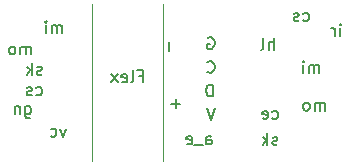
<source format=gbo>
G04 #@! TF.GenerationSoftware,KiCad,Pcbnew,(5.1.4)-1*
G04 #@! TF.CreationDate,2020-12-28T11:58:51+03:00*
G04 #@! TF.ProjectId,main_block,6d61696e-5f62-46c6-9f63-6b2e6b696361,rev?*
G04 #@! TF.SameCoordinates,Original*
G04 #@! TF.FileFunction,Legend,Bot*
G04 #@! TF.FilePolarity,Positive*
%FSLAX46Y46*%
G04 Gerber Fmt 4.6, Leading zero omitted, Abs format (unit mm)*
G04 Created by KiCad (PCBNEW (5.1.4)-1) date 2020-12-28 11:58:51*
%MOMM*%
%LPD*%
G04 APERTURE LIST*
%ADD10C,0.150000*%
%ADD11C,0.050000*%
G04 APERTURE END LIST*
D10*
X53645238Y-32002380D02*
X53645238Y-31478571D01*
X53692857Y-31383333D01*
X53788095Y-31335714D01*
X53978571Y-31335714D01*
X54073809Y-31383333D01*
X53645238Y-31954761D02*
X53740476Y-32002380D01*
X53978571Y-32002380D01*
X54073809Y-31954761D01*
X54121428Y-31859523D01*
X54121428Y-31764285D01*
X54073809Y-31669047D01*
X53978571Y-31621428D01*
X53740476Y-31621428D01*
X53645238Y-31573809D01*
X53407142Y-32097619D02*
X52645238Y-32097619D01*
X52026190Y-31954761D02*
X52121428Y-32002380D01*
X52311904Y-32002380D01*
X52407142Y-31954761D01*
X52454761Y-31859523D01*
X52454761Y-31478571D01*
X52407142Y-31383333D01*
X52311904Y-31335714D01*
X52121428Y-31335714D01*
X52026190Y-31383333D01*
X51978571Y-31478571D01*
X51978571Y-31573809D01*
X52454761Y-31669047D01*
X59669047Y-32004761D02*
X59573809Y-32052380D01*
X59383333Y-32052380D01*
X59288095Y-32004761D01*
X59240476Y-31909523D01*
X59240476Y-31861904D01*
X59288095Y-31766666D01*
X59383333Y-31719047D01*
X59526190Y-31719047D01*
X59621428Y-31671428D01*
X59669047Y-31576190D01*
X59669047Y-31528571D01*
X59621428Y-31433333D01*
X59526190Y-31385714D01*
X59383333Y-31385714D01*
X59288095Y-31433333D01*
X58811904Y-32052380D02*
X58811904Y-31052380D01*
X58716666Y-31671428D02*
X58430952Y-32052380D01*
X58430952Y-31385714D02*
X58811904Y-31766666D01*
X59240476Y-29804761D02*
X59335714Y-29852380D01*
X59526190Y-29852380D01*
X59621428Y-29804761D01*
X59669047Y-29757142D01*
X59716666Y-29661904D01*
X59716666Y-29376190D01*
X59669047Y-29280952D01*
X59621428Y-29233333D01*
X59526190Y-29185714D01*
X59335714Y-29185714D01*
X59240476Y-29233333D01*
X58430952Y-29804761D02*
X58526190Y-29852380D01*
X58716666Y-29852380D01*
X58811904Y-29804761D01*
X58859523Y-29709523D01*
X58859523Y-29328571D01*
X58811904Y-29233333D01*
X58716666Y-29185714D01*
X58526190Y-29185714D01*
X58430952Y-29233333D01*
X58383333Y-29328571D01*
X58383333Y-29423809D01*
X58859523Y-29519047D01*
X63680952Y-29152380D02*
X63680952Y-28485714D01*
X63680952Y-28580952D02*
X63633333Y-28533333D01*
X63538095Y-28485714D01*
X63395238Y-28485714D01*
X63300000Y-28533333D01*
X63252380Y-28628571D01*
X63252380Y-29152380D01*
X63252380Y-28628571D02*
X63204761Y-28533333D01*
X63109523Y-28485714D01*
X62966666Y-28485714D01*
X62871428Y-28533333D01*
X62823809Y-28628571D01*
X62823809Y-29152380D01*
X62204761Y-29152380D02*
X62300000Y-29104761D01*
X62347619Y-29057142D01*
X62395238Y-28961904D01*
X62395238Y-28676190D01*
X62347619Y-28580952D01*
X62300000Y-28533333D01*
X62204761Y-28485714D01*
X62061904Y-28485714D01*
X61966666Y-28533333D01*
X61919047Y-28580952D01*
X61871428Y-28676190D01*
X61871428Y-28961904D01*
X61919047Y-29057142D01*
X61966666Y-29104761D01*
X62061904Y-29152380D01*
X62204761Y-29152380D01*
X61866666Y-21504761D02*
X61961904Y-21552380D01*
X62152380Y-21552380D01*
X62247619Y-21504761D01*
X62295238Y-21457142D01*
X62342857Y-21361904D01*
X62342857Y-21076190D01*
X62295238Y-20980952D01*
X62247619Y-20933333D01*
X62152380Y-20885714D01*
X61961904Y-20885714D01*
X61866666Y-20933333D01*
X61485714Y-21504761D02*
X61390476Y-21552380D01*
X61200000Y-21552380D01*
X61104761Y-21504761D01*
X61057142Y-21409523D01*
X61057142Y-21361904D01*
X61104761Y-21266666D01*
X61200000Y-21219047D01*
X61342857Y-21219047D01*
X61438095Y-21171428D01*
X61485714Y-21076190D01*
X61485714Y-21028571D01*
X61438095Y-20933333D01*
X61342857Y-20885714D01*
X61200000Y-20885714D01*
X61104761Y-20933333D01*
X59376190Y-24002380D02*
X59376190Y-23002380D01*
X58947619Y-24002380D02*
X58947619Y-23478571D01*
X58995238Y-23383333D01*
X59090476Y-23335714D01*
X59233333Y-23335714D01*
X59328571Y-23383333D01*
X59376190Y-23430952D01*
X58328571Y-24002380D02*
X58423809Y-23954761D01*
X58471428Y-23859523D01*
X58471428Y-23002380D01*
X63216666Y-25952380D02*
X63216666Y-25285714D01*
X63216666Y-25380952D02*
X63169047Y-25333333D01*
X63073809Y-25285714D01*
X62930952Y-25285714D01*
X62835714Y-25333333D01*
X62788095Y-25428571D01*
X62788095Y-25952380D01*
X62788095Y-25428571D02*
X62740476Y-25333333D01*
X62645238Y-25285714D01*
X62502380Y-25285714D01*
X62407142Y-25333333D01*
X62359523Y-25428571D01*
X62359523Y-25952380D01*
X61883333Y-25952380D02*
X61883333Y-25285714D01*
X61883333Y-24952380D02*
X61930952Y-25000000D01*
X61883333Y-25047619D01*
X61835714Y-25000000D01*
X61883333Y-24952380D01*
X61883333Y-25047619D01*
X65009523Y-22852380D02*
X65009523Y-22185714D01*
X65009523Y-21852380D02*
X65057142Y-21900000D01*
X65009523Y-21947619D01*
X64961904Y-21900000D01*
X65009523Y-21852380D01*
X65009523Y-21947619D01*
X64533333Y-22852380D02*
X64533333Y-22185714D01*
X64533333Y-22376190D02*
X64485714Y-22280952D01*
X64438095Y-22233333D01*
X64342857Y-22185714D01*
X64247619Y-22185714D01*
X41766666Y-30685714D02*
X41528571Y-31352380D01*
X41290476Y-30685714D01*
X40480952Y-31304761D02*
X40576190Y-31352380D01*
X40766666Y-31352380D01*
X40861904Y-31304761D01*
X40909523Y-31257142D01*
X40957142Y-31161904D01*
X40957142Y-30876190D01*
X40909523Y-30780952D01*
X40861904Y-30733333D01*
X40766666Y-30685714D01*
X40576190Y-30685714D01*
X40480952Y-30733333D01*
X38338095Y-28785714D02*
X38338095Y-29595238D01*
X38385714Y-29690476D01*
X38433333Y-29738095D01*
X38528571Y-29785714D01*
X38671428Y-29785714D01*
X38766666Y-29738095D01*
X38338095Y-29404761D02*
X38433333Y-29452380D01*
X38623809Y-29452380D01*
X38719047Y-29404761D01*
X38766666Y-29357142D01*
X38814285Y-29261904D01*
X38814285Y-28976190D01*
X38766666Y-28880952D01*
X38719047Y-28833333D01*
X38623809Y-28785714D01*
X38433333Y-28785714D01*
X38338095Y-28833333D01*
X37861904Y-28785714D02*
X37861904Y-29452380D01*
X37861904Y-28880952D02*
X37814285Y-28833333D01*
X37719047Y-28785714D01*
X37576190Y-28785714D01*
X37480952Y-28833333D01*
X37433333Y-28928571D01*
X37433333Y-29452380D01*
X39266666Y-27804761D02*
X39361904Y-27852380D01*
X39552380Y-27852380D01*
X39647619Y-27804761D01*
X39695238Y-27757142D01*
X39742857Y-27661904D01*
X39742857Y-27376190D01*
X39695238Y-27280952D01*
X39647619Y-27233333D01*
X39552380Y-27185714D01*
X39361904Y-27185714D01*
X39266666Y-27233333D01*
X38885714Y-27804761D02*
X38790476Y-27852380D01*
X38600000Y-27852380D01*
X38504761Y-27804761D01*
X38457142Y-27709523D01*
X38457142Y-27661904D01*
X38504761Y-27566666D01*
X38600000Y-27519047D01*
X38742857Y-27519047D01*
X38838095Y-27471428D01*
X38885714Y-27376190D01*
X38885714Y-27328571D01*
X38838095Y-27233333D01*
X38742857Y-27185714D01*
X38600000Y-27185714D01*
X38504761Y-27233333D01*
X39719047Y-26054761D02*
X39623809Y-26102380D01*
X39433333Y-26102380D01*
X39338095Y-26054761D01*
X39290476Y-25959523D01*
X39290476Y-25911904D01*
X39338095Y-25816666D01*
X39433333Y-25769047D01*
X39576190Y-25769047D01*
X39671428Y-25721428D01*
X39719047Y-25626190D01*
X39719047Y-25578571D01*
X39671428Y-25483333D01*
X39576190Y-25435714D01*
X39433333Y-25435714D01*
X39338095Y-25483333D01*
X38861904Y-26102380D02*
X38861904Y-25102380D01*
X38766666Y-25721428D02*
X38480952Y-26102380D01*
X38480952Y-25435714D02*
X38861904Y-25816666D01*
X38780952Y-24402380D02*
X38780952Y-23735714D01*
X38780952Y-23830952D02*
X38733333Y-23783333D01*
X38638095Y-23735714D01*
X38495238Y-23735714D01*
X38400000Y-23783333D01*
X38352380Y-23878571D01*
X38352380Y-24402380D01*
X38352380Y-23878571D02*
X38304761Y-23783333D01*
X38209523Y-23735714D01*
X38066666Y-23735714D01*
X37971428Y-23783333D01*
X37923809Y-23878571D01*
X37923809Y-24402380D01*
X37304761Y-24402380D02*
X37400000Y-24354761D01*
X37447619Y-24307142D01*
X37495238Y-24211904D01*
X37495238Y-23926190D01*
X37447619Y-23830952D01*
X37400000Y-23783333D01*
X37304761Y-23735714D01*
X37161904Y-23735714D01*
X37066666Y-23783333D01*
X37019047Y-23830952D01*
X36971428Y-23926190D01*
X36971428Y-24211904D01*
X37019047Y-24307142D01*
X37066666Y-24354761D01*
X37161904Y-24402380D01*
X37304761Y-24402380D01*
X41416666Y-22602380D02*
X41416666Y-21935714D01*
X41416666Y-22030952D02*
X41369047Y-21983333D01*
X41273809Y-21935714D01*
X41130952Y-21935714D01*
X41035714Y-21983333D01*
X40988095Y-22078571D01*
X40988095Y-22602380D01*
X40988095Y-22078571D02*
X40940476Y-21983333D01*
X40845238Y-21935714D01*
X40702380Y-21935714D01*
X40607142Y-21983333D01*
X40559523Y-22078571D01*
X40559523Y-22602380D01*
X40083333Y-22602380D02*
X40083333Y-21935714D01*
X40083333Y-21602380D02*
X40130952Y-21650000D01*
X40083333Y-21697619D01*
X40035714Y-21650000D01*
X40083333Y-21602380D01*
X40083333Y-21697619D01*
X47952380Y-26228571D02*
X48285714Y-26228571D01*
X48285714Y-26752380D02*
X48285714Y-25752380D01*
X47809523Y-25752380D01*
X47285714Y-26752380D02*
X47380952Y-26704761D01*
X47428571Y-26609523D01*
X47428571Y-25752380D01*
X46523809Y-26704761D02*
X46619047Y-26752380D01*
X46809523Y-26752380D01*
X46904761Y-26704761D01*
X46952380Y-26609523D01*
X46952380Y-26228571D01*
X46904761Y-26133333D01*
X46809523Y-26085714D01*
X46619047Y-26085714D01*
X46523809Y-26133333D01*
X46476190Y-26228571D01*
X46476190Y-26323809D01*
X46952380Y-26419047D01*
X46142857Y-26752380D02*
X45619047Y-26085714D01*
X46142857Y-26085714D02*
X45619047Y-26752380D01*
X51430952Y-28571428D02*
X50669047Y-28571428D01*
X51050000Y-28952380D02*
X51050000Y-28190476D01*
X50521428Y-23369047D02*
X50521428Y-24130952D01*
X54383333Y-28952380D02*
X54050000Y-29952380D01*
X53716666Y-28952380D01*
X54211904Y-27952380D02*
X54211904Y-26952380D01*
X53973809Y-26952380D01*
X53830952Y-27000000D01*
X53735714Y-27095238D01*
X53688095Y-27190476D01*
X53640476Y-27380952D01*
X53640476Y-27523809D01*
X53688095Y-27714285D01*
X53735714Y-27809523D01*
X53830952Y-27904761D01*
X53973809Y-27952380D01*
X54211904Y-27952380D01*
X53740476Y-25857142D02*
X53788095Y-25904761D01*
X53930952Y-25952380D01*
X54026190Y-25952380D01*
X54169047Y-25904761D01*
X54264285Y-25809523D01*
X54311904Y-25714285D01*
X54359523Y-25523809D01*
X54359523Y-25380952D01*
X54311904Y-25190476D01*
X54264285Y-25095238D01*
X54169047Y-25000000D01*
X54026190Y-24952380D01*
X53930952Y-24952380D01*
X53788095Y-25000000D01*
X53740476Y-25047619D01*
X53788095Y-23000000D02*
X53883333Y-22952380D01*
X54026190Y-22952380D01*
X54169047Y-23000000D01*
X54264285Y-23095238D01*
X54311904Y-23190476D01*
X54359523Y-23380952D01*
X54359523Y-23523809D01*
X54311904Y-23714285D01*
X54264285Y-23809523D01*
X54169047Y-23904761D01*
X54026190Y-23952380D01*
X53930952Y-23952380D01*
X53788095Y-23904761D01*
X53740476Y-23857142D01*
X53740476Y-23523809D01*
X53930952Y-23523809D01*
D11*
X50000000Y-33400000D02*
X50000000Y-20100000D01*
X43950000Y-33400000D02*
X43950000Y-20100000D01*
M02*

</source>
